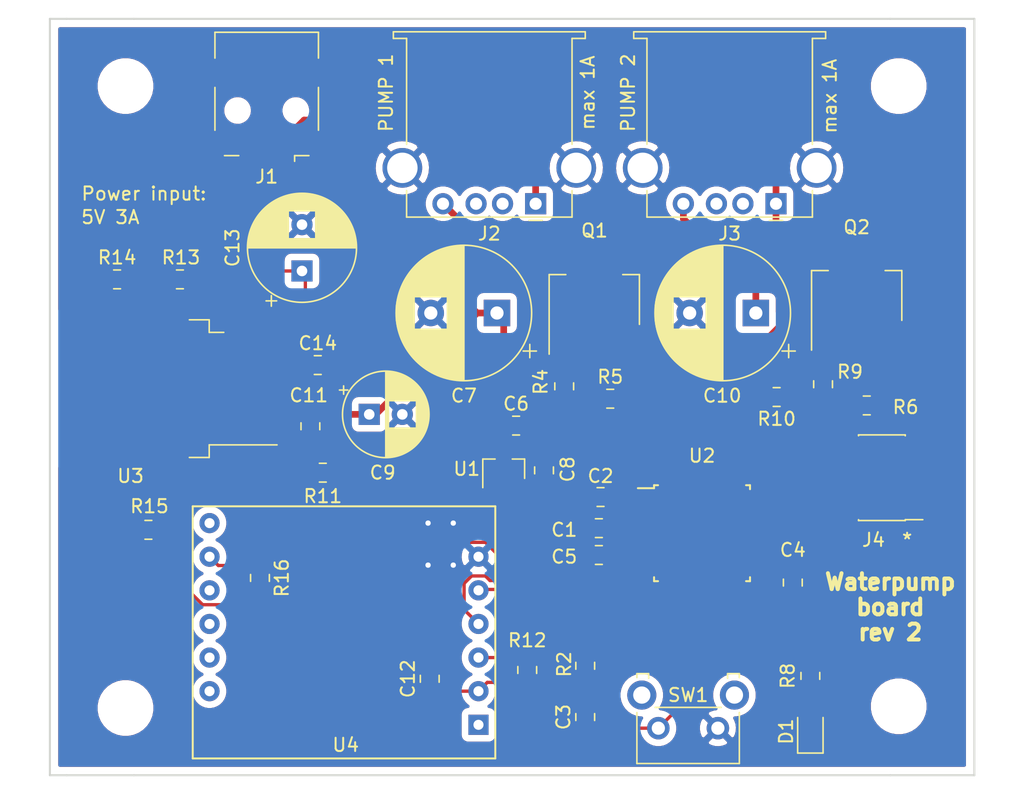
<source format=kicad_pcb>
(kicad_pcb (version 20171130) (host pcbnew 5.1.4-e60b266~84~ubuntu18.04.1)
  (layers (0 F.Cu signal) (31 B.Cu signal) (34 B.Paste user) (35 F.Paste user) (36 B.SilkS user) (37 F.SilkS user) (38 B.Mask user) (39 F.Mask user) (44 Edge.Cuts user))
  (net 0 "")
  (net 1 GND)
  (net 2 +3V3)
  (net 3 "Net-(C3-Pad2)")
  (net 4 /REQ_WATER_PLANT)
  (net 5 +5V)
  (net 6 +4V)
  (net 7 "Net-(J1-Pad2)")
  (net 8 "Net-(J1-Pad3)")
  (net 9 "Net-(J1-Pad4)")
  (net 10 "Net-(J2-Pad4)")
  (net 11 "Net-(J2-Pad3)")
  (net 12 "Net-(J2-Pad2)")
  (net 13 "Net-(J3-Pad2)")
  (net 14 "Net-(J3-Pad3)")
  (net 15 "Net-(J3-Pad4)")
  (net 16 /SWD_IO)
  (net 17 /SWD_CLK)
  (net 18 "Net-(J4-Pad6)")
  (net 19 "Net-(J4-Pad7)")
  (net 20 "Net-(J4-Pad8)")
  (net 21 /SWD_RESET)
  (net 22 "Net-(Q1-Pad1)")
  (net 23 "Net-(Q2-Pad1)")
  (net 24 /ENABLE_PUMP1)
  (net 25 "Net-(R8-Pad1)")
  (net 26 "Net-(D1-Pad2)")
  (net 27 /ENABLE_PUMP2)
  (net 28 /ENABLE_GSM)
  (net 29 /GSM_RST)
  (net 30 /GSM_DTR)
  (net 31 "Net-(U2-Pad2)")
  (net 32 "Net-(U2-Pad3)")
  (net 33 "Net-(U2-Pad12)")
  (net 34 "Net-(U2-Pad14)")
  (net 35 "Net-(U2-Pad26)")
  (net 36 /GSM_TX)
  (net 37 /GSM_RX)
  (net 38 "Net-(U4-Pad1)")
  (net 39 "Net-(U4-Pad7)")
  (net 40 "Net-(U4-Pad9)")
  (net 41 "Net-(U4-Pad10)")
  (net 42 "Net-(U4-Pad11)")
  (net 43 "Net-(U4-Pad12)")
  (net 44 "Net-(U2-Pad25)")
  (net 45 "Net-(U2-Pad15)")
  (net 46 "Net-(U2-Pad18)")
  (net 47 "Net-(R13-Pad2)")
  (net 48 "Net-(U2-Pad19)")
  (net 49 "Net-(U2-Pad22)")
  (net 50 "Net-(U2-Pad30)")
  (net 51 "Net-(U2-Pad21)")
  (net 52 "Net-(U2-Pad20)")
  (net 53 "Net-(U2-Pad27)")
  (module SIM800L:SIM800L (layer F.Cu) (at 135.255 107.95 180)
    (fp_text reference U4 (at -0.127 -24.384) (layer F.SilkS))
    (fp_text value SIM800L)
    (pad 1 thru_hole rect (at -10.16 -22.86 180) (size 1.524 1.524) (drill 0.762) (layers *.Cu *.Mask) (net 38 "Net-(U4-Pad1)"))
    (pad 2 thru_hole circle (at -10.16 -20.32 180) (size 1.524 1.524) (drill 0.762) (layers *.Cu *.Mask) (net 6 +4V))
    (pad 3 thru_hole circle (at -10.16 -17.78 180) (size 1.524 1.524) (drill 0.762) (layers *.Cu *.Mask) (net 29 /GSM_RST))
    (pad 4 thru_hole circle (at -10.16 -15.24 180) (size 1.524 1.524) (drill 0.762) (layers *.Cu *.Mask) (net 36 /GSM_TX))
    (pad 5 thru_hole circle (at -10.16 -12.7 180) (size 1.524 1.524) (drill 0.762) (layers *.Cu *.Mask) (net 37 /GSM_RX))
    (pad 6 thru_hole circle (at -10.16 -10.16 180) (size 1.524 1.524) (drill 0.762) (layers *.Cu *.Mask) (net 1 GND))
    (pad 7 thru_hole circle (at 10.16 -7.62 180) (size 1.524 1.524) (drill 0.762) (layers *.Cu *.Mask) (net 39 "Net-(U4-Pad7)"))
    (pad 8 thru_hole circle (at 10.16 -10.16 180) (size 1.524 1.524) (drill 0.762) (layers *.Cu *.Mask) (net 30 /GSM_DTR))
    (pad 9 thru_hole circle (at 10.16 -12.7 180) (size 1.524 1.524) (drill 0.762) (layers *.Cu *.Mask) (net 40 "Net-(U4-Pad9)"))
    (pad 10 thru_hole circle (at 10.16 -15.24 180) (size 1.524 1.524) (drill 0.762) (layers *.Cu *.Mask) (net 41 "Net-(U4-Pad10)"))
    (pad 11 thru_hole circle (at 10.16 -17.78 180) (size 1.524 1.524) (drill 0.762) (layers *.Cu *.Mask) (net 42 "Net-(U4-Pad11)"))
    (pad 12 thru_hole circle (at 10.16 -20.32 180) (size 1.524 1.524) (drill 0.762) (layers *.Cu *.Mask) (net 43 "Net-(U4-Pad12)"))
  )
  (module MountingHole:MountingHole_3.2mm_M3 (layer F.Cu) (at 118.745 82.55)
    (fp_text reference REF** hide)
    (fp_text value MountingHole_3.2mm_M3)
    (pad 1 np_thru_hole circle (at 0 0) (size 3.2 3.2) (drill 3.2) (layers *.Cu *.Mask))
  )
  (module MountingHole:MountingHole_3.2mm_M3 (layer F.Cu) (at 118.745 129.54)
    (fp_text reference REF** hide)
    (fp_text value MountingHole_3.2mm_M3)
    (pad 1 np_thru_hole circle (at 0 0) (size 3.2 3.2) (drill 3.2) (layers *.Cu *.Mask))
  )
  (module MountingHole:MountingHole_3.2mm_M3 (layer F.Cu) (at 177.165 129.413)
    (fp_text reference REF** hide)
    (fp_text value MountingHole_3.2mm_M3)
    (pad 1 np_thru_hole circle (at 0 0) (size 3.2 3.2) (drill 3.2) (layers *.Cu *.Mask))
  )
  (module MountingHole:MountingHole_3.2mm_M3 (layer F.Cu) (at 177.165 82.55)
    (fp_text reference REF** hide)
    (fp_text value MountingHole_3.2mm_M3)
    (pad 1 np_thru_hole circle (at 0 0) (size 3.2 3.2) (drill 3.2) (layers *.Cu *.Mask))
  )
  (module Button_Switch_THT:SW_Tactile_SKHH_Angled (layer F.Cu) (at 163.504 131.064 180)
    (fp_text reference SW1 (at 2.25 2.5) (layer F.SilkS))
    (fp_text value SW_Push)
    (pad 1 thru_hole circle (at 0 0) (size 1.7 1.7) (drill 1) (layers *.Cu *.Mask) (net 1 GND))
    (pad 2 thru_hole circle (at 4.5 0) (size 1.7 1.7) (drill 1) (layers *.Cu *.Mask) (net 4 /REQ_WATER_PLANT))
    (pad "" thru_hole circle (at -1.25 2.5) (size 2.2 2.2) (drill 1.3) (layers *.Cu *.Mask))
    (pad "" thru_hole circle (at 5.75 2.5) (size 2.2 2.2) (drill 1.3) (layers *.Cu *.Mask))
  )
  (module Package_TO_SOT_SMD:SOT-223-3_TabPin2 (layer F.Cu) (at 173.99 98.4 90)
    (fp_text reference Q2 (at 5.182 0 180) (layer F.SilkS))
    (fp_text value NDT3055L)
    (pad 1 smd rect (at -3.15 -2.3 90) (size 2 1.5) (layers F.Cu F.Paste F.Mask) (net 23 "Net-(Q2-Pad1)"))
    (pad 3 smd rect (at -3.15 2.3 90) (size 2 1.5) (layers F.Cu F.Paste F.Mask) (net 1 GND))
    (pad 2 smd rect (at -3.15 0 90) (size 2 1.5) (layers F.Cu F.Paste F.Mask) (net 15 "Net-(J3-Pad4)"))
    (pad 2 smd rect (at 3.15 0 90) (size 2 3.8) (layers F.Cu F.Paste F.Mask) (net 15 "Net-(J3-Pad4)"))
  )
  (module Package_TO_SOT_SMD:SOT-223-3_TabPin2 (layer F.Cu) (at 154.164 98.704 90)
    (fp_text reference Q1 (at 5.232 0.014 180) (layer F.SilkS))
    (fp_text value NDT3055L)
    (pad 1 smd rect (at -3.15 -2.3 90) (size 2 1.5) (layers F.Cu F.Paste F.Mask) (net 22 "Net-(Q1-Pad1)"))
    (pad 3 smd rect (at -3.15 2.3 90) (size 2 1.5) (layers F.Cu F.Paste F.Mask) (net 1 GND))
    (pad 2 smd rect (at -3.15 0 90) (size 2 1.5) (layers F.Cu F.Paste F.Mask) (net 10 "Net-(J2-Pad4)"))
    (pad 2 smd rect (at 3.15 0 90) (size 2 3.8) (layers F.Cu F.Paste F.Mask) (net 10 "Net-(J2-Pad4)"))
  )
  (module Package_QFP:LQFP-32_7x7mm_P0.8mm (layer F.Cu) (at 162.306 116.332)
    (fp_text reference U2 (at 0 -5.85) (layer F.SilkS))
    (fp_text value STM32L051K6Tx)
    (pad 1 smd rect (at -4.25 -2.8) (size 1.2 0.6) (layers F.Cu F.Paste F.Mask) (net 2 +3V3))
    (pad 2 smd rect (at -4.25 -2) (size 1.2 0.6) (layers F.Cu F.Paste F.Mask) (net 31 "Net-(U2-Pad2)"))
    (pad 3 smd rect (at -4.25 -1.2) (size 1.2 0.6) (layers F.Cu F.Paste F.Mask) (net 32 "Net-(U2-Pad3)"))
    (pad 4 smd rect (at -4.25 -0.4) (size 1.2 0.6) (layers F.Cu F.Paste F.Mask) (net 21 /SWD_RESET))
    (pad 5 smd rect (at -4.25 0.4) (size 1.2 0.6) (layers F.Cu F.Paste F.Mask) (net 2 +3V3))
    (pad 6 smd rect (at -4.25 1.2) (size 1.2 0.6) (layers F.Cu F.Paste F.Mask) (net 28 /ENABLE_GSM))
    (pad 7 smd rect (at -4.25 2) (size 1.2 0.6) (layers F.Cu F.Paste F.Mask) (net 30 /GSM_DTR))
    (pad 8 smd rect (at -4.25 2.8) (size 1.2 0.6) (layers F.Cu F.Paste F.Mask) (net 36 /GSM_TX))
    (pad 9 smd rect (at -2.8 4.25 90) (size 1.2 0.6) (layers F.Cu F.Paste F.Mask) (net 37 /GSM_RX))
    (pad 10 smd rect (at -2 4.25 90) (size 1.2 0.6) (layers F.Cu F.Paste F.Mask) (net 29 /GSM_RST))
    (pad 11 smd rect (at -1.2 4.25 90) (size 1.2 0.6) (layers F.Cu F.Paste F.Mask) (net 4 /REQ_WATER_PLANT))
    (pad 12 smd rect (at -0.4 4.25 90) (size 1.2 0.6) (layers F.Cu F.Paste F.Mask) (net 33 "Net-(U2-Pad12)"))
    (pad 13 smd rect (at 0.4 4.25 90) (size 1.2 0.6) (layers F.Cu F.Paste F.Mask) (net 25 "Net-(R8-Pad1)"))
    (pad 14 smd rect (at 1.2 4.25 90) (size 1.2 0.6) (layers F.Cu F.Paste F.Mask) (net 34 "Net-(U2-Pad14)"))
    (pad 15 smd rect (at 2 4.25 90) (size 1.2 0.6) (layers F.Cu F.Paste F.Mask) (net 45 "Net-(U2-Pad15)"))
    (pad 16 smd rect (at 2.8 4.25 90) (size 1.2 0.6) (layers F.Cu F.Paste F.Mask) (net 1 GND))
    (pad 17 smd rect (at 4.25 2.8) (size 1.2 0.6) (layers F.Cu F.Paste F.Mask) (net 2 +3V3))
    (pad 18 smd rect (at 4.25 2) (size 1.2 0.6) (layers F.Cu F.Paste F.Mask) (net 46 "Net-(U2-Pad18)"))
    (pad 19 smd rect (at 4.25 1.2) (size 1.2 0.6) (layers F.Cu F.Paste F.Mask) (net 48 "Net-(U2-Pad19)"))
    (pad 20 smd rect (at 4.25 0.4) (size 1.2 0.6) (layers F.Cu F.Paste F.Mask) (net 52 "Net-(U2-Pad20)"))
    (pad 21 smd rect (at 4.25 -0.4) (size 1.2 0.6) (layers F.Cu F.Paste F.Mask) (net 51 "Net-(U2-Pad21)"))
    (pad 22 smd rect (at 4.25 -1.2) (size 1.2 0.6) (layers F.Cu F.Paste F.Mask) (net 49 "Net-(U2-Pad22)"))
    (pad 23 smd rect (at 4.25 -2) (size 1.2 0.6) (layers F.Cu F.Paste F.Mask) (net 16 /SWD_IO))
    (pad 24 smd rect (at 4.25 -2.8) (size 1.2 0.6) (layers F.Cu F.Paste F.Mask) (net 17 /SWD_CLK))
    (pad 25 smd rect (at 2.8 -4.25 90) (size 1.2 0.6) (layers F.Cu F.Paste F.Mask) (net 44 "Net-(U2-Pad25)"))
    (pad 26 smd rect (at 2 -4.25 90) (size 1.2 0.6) (layers F.Cu F.Paste F.Mask) (net 35 "Net-(U2-Pad26)"))
    (pad 27 smd rect (at 1.2 -4.25 90) (size 1.2 0.6) (layers F.Cu F.Paste F.Mask) (net 53 "Net-(U2-Pad27)"))
    (pad 28 smd rect (at 0.4 -4.25 90) (size 1.2 0.6) (layers F.Cu F.Paste F.Mask) (net 27 /ENABLE_PUMP2))
    (pad 29 smd rect (at -0.4 -4.25 90) (size 1.2 0.6) (layers F.Cu F.Paste F.Mask) (net 24 /ENABLE_PUMP1))
    (pad 30 smd rect (at -1.2 -4.25 90) (size 1.2 0.6) (layers F.Cu F.Paste F.Mask) (net 50 "Net-(U2-Pad30)"))
    (pad 31 smd rect (at -2 -4.25 90) (size 1.2 0.6) (layers F.Cu F.Paste F.Mask) (net 1 GND))
    (pad 32 smd rect (at -2.8 -4.25 90) (size 1.2 0.6) (layers F.Cu F.Paste F.Mask) (net 1 GND))
  )
  (module Connector_USB:USB_Mini-B_Lumberg_2486_01_Horizontal (layer F.Cu) (at 129.413 84.395 180)
    (fp_text reference J1 (at 0 -5 180) (layer F.SilkS))
    (fp_text value USB_B_Mini)
    (pad 1 smd rect (at -1.6 -2.7 180) (size 0.5 2) (layers F.Cu F.Paste F.Mask) (net 5 +5V))
    (pad 2 smd rect (at -0.8 -2.7 180) (size 0.5 2) (layers F.Cu F.Paste F.Mask) (net 7 "Net-(J1-Pad2)"))
    (pad 3 smd rect (at 0 -2.7 180) (size 0.5 2) (layers F.Cu F.Paste F.Mask) (net 8 "Net-(J1-Pad3)"))
    (pad 4 smd rect (at 0.8 -2.7 180) (size 0.5 2) (layers F.Cu F.Paste F.Mask) (net 9 "Net-(J1-Pad4)"))
    (pad 5 smd rect (at 1.6 -2.7 180) (size 0.5 2) (layers F.Cu F.Paste F.Mask) (net 1 GND))
    (pad 6 smd rect (at -4.45 -2.6 180) (size 2 1.7) (layers F.Cu F.Paste F.Mask) (net 1 GND))
    (pad 6 smd rect (at -4.45 2.85 180) (size 2 1.7) (layers F.Cu F.Paste F.Mask) (net 1 GND))
    (pad 6 smd rect (at 4.45 -2.6 180) (size 2 1.7) (layers F.Cu F.Paste F.Mask) (net 1 GND))
    (pad 6 smd rect (at 4.45 2.85 180) (size 2 1.7) (layers F.Cu F.Paste F.Mask) (net 1 GND))
    (pad "" np_thru_hole circle (at -2.2 0 180) (size 1 1) (drill 1) (layers *.Cu *.Mask))
    (pad "" np_thru_hole circle (at 2.2 0 180) (size 1 1) (drill 1) (layers *.Cu *.Mask))
  )
  (module Resistor_SMD:R_0805_2012Metric (layer F.Cu) (at 153.4795 126.35 270)
    (fp_text reference R2 (at -0.112 1.5875 90) (layer F.SilkS))
    (fp_text value 100)
    (pad 2 smd roundrect (at 0.9375 0 270) (size 0.975 1.4) (layers F.Cu F.Paste F.Mask) (net 3 "Net-(C3-Pad2)"))
    (pad 1 smd roundrect (at -0.9375 0 270) (size 0.975 1.4) (layers F.Cu F.Paste F.Mask) (net 1 GND))
  )
  (module Resistor_SMD:R_0805_2012Metric (layer F.Cu) (at 174.752 106.68 180)
    (fp_text reference R6 (at -2.936 -0.127 180) (layer F.SilkS))
    (fp_text value 10k)
    (pad 2 smd roundrect (at 0.9375 0 180) (size 0.975 1.4) (layers F.Cu F.Paste F.Mask) (net 21 /SWD_RESET))
    (pad 1 smd roundrect (at -0.9375 0 180) (size 0.975 1.4) (layers F.Cu F.Paste F.Mask) (net 2 +3V3))
  )
  (module Connector_PinHeader_1.27mm:PinHeader_2x05_P1.27mm_Vertical_SMD (layer F.Cu) (at 175.895 112.141 180)
    (fp_text reference J4 (at 0.635 -4.699 180) (layer F.SilkS))
    (fp_text value Conn_ARM_JTAG_SWD_10)
    (pad 1 smd rect (at -1.95 -2.54 180) (size 2.4 0.74) (layers F.Cu F.Paste F.Mask) (net 2 +3V3))
    (pad 2 smd rect (at 1.95 -2.54 180) (size 2.4 0.74) (layers F.Cu F.Paste F.Mask) (net 16 /SWD_IO))
    (pad 3 smd rect (at -1.95 -1.27 180) (size 2.4 0.74) (layers F.Cu F.Paste F.Mask) (net 1 GND))
    (pad 4 smd rect (at 1.95 -1.27 180) (size 2.4 0.74) (layers F.Cu F.Paste F.Mask) (net 17 /SWD_CLK))
    (pad 5 smd rect (at -1.95 0 180) (size 2.4 0.74) (layers F.Cu F.Paste F.Mask) (net 1 GND))
    (pad 6 smd rect (at 1.95 0 180) (size 2.4 0.74) (layers F.Cu F.Paste F.Mask) (net 18 "Net-(J4-Pad6)"))
    (pad 7 smd rect (at -1.95 1.27 180) (size 2.4 0.74) (layers F.Cu F.Paste F.Mask) (net 19 "Net-(J4-Pad7)"))
    (pad 8 smd rect (at 1.95 1.27 180) (size 2.4 0.74) (layers F.Cu F.Paste F.Mask) (net 20 "Net-(J4-Pad8)"))
    (pad 9 smd rect (at -1.95 2.54 180) (size 2.4 0.74) (layers F.Cu F.Paste F.Mask) (net 1 GND))
    (pad 10 smd rect (at 1.95 2.54 180) (size 2.4 0.74) (layers F.Cu F.Paste F.Mask) (net 21 /SWD_RESET))
  )
  (module Resistor_SMD:R_0805_2012Metric (layer F.Cu) (at 151.892 105.2345 270)
    (fp_text reference R4 (at -0.3325 1.778 270) (layer F.SilkS))
    (fp_text value 100)
    (pad 2 smd roundrect (at 0.9375 0 270) (size 0.975 1.4) (layers F.Cu F.Paste F.Mask) (net 24 /ENABLE_PUMP1))
    (pad 1 smd roundrect (at -0.9375 0 270) (size 0.975 1.4) (layers F.Cu F.Paste F.Mask) (net 22 "Net-(Q1-Pad1)"))
  )
  (module Resistor_SMD:R_0805_2012Metric (layer F.Cu) (at 155.3695 106.172)
    (fp_text reference R5 (at 0 -1.65 180) (layer F.SilkS))
    (fp_text value 10k)
    (pad 1 smd roundrect (at -0.9375 0) (size 0.975 1.4) (layers F.Cu F.Paste F.Mask) (net 24 /ENABLE_PUMP1))
    (pad 2 smd roundrect (at 0.9375 0) (size 0.975 1.4) (layers F.Cu F.Paste F.Mask) (net 1 GND))
  )
  (module Resistor_SMD:R_0805_2012Metric (layer F.Cu) (at 170.48988 127.11454 270)
    (fp_text reference R8 (at 0 1.70688 270) (layer F.SilkS))
    (fp_text value 330)
    (pad 1 smd roundrect (at -0.9375 0 270) (size 0.975 1.4) (layers F.Cu F.Paste F.Mask) (net 25 "Net-(R8-Pad1)"))
    (pad 2 smd roundrect (at 0.9375 0 270) (size 0.975 1.4) (layers F.Cu F.Paste F.Mask) (net 26 "Net-(D1-Pad2)"))
  )
  (module Resistor_SMD:R_0805_2012Metric (layer F.Cu) (at 171.45 105.0775 270)
    (fp_text reference R9 (at -0.9375 -2.032) (layer F.SilkS))
    (fp_text value 100)
    (pad 2 smd roundrect (at 0.9375 0 270) (size 0.975 1.4) (layers F.Cu F.Paste F.Mask) (net 27 /ENABLE_PUMP2))
    (pad 1 smd roundrect (at -0.9375 0 270) (size 0.975 1.4) (layers F.Cu F.Paste F.Mask) (net 23 "Net-(Q2-Pad1)"))
  )
  (module Resistor_SMD:R_0805_2012Metric (layer F.Cu) (at 167.9425 106.045 180)
    (fp_text reference R10 (at 0 -1.65 180) (layer F.SilkS))
    (fp_text value 10k)
    (pad 2 smd roundrect (at 0.9375 0 180) (size 0.975 1.4) (layers F.Cu F.Paste F.Mask) (net 1 GND))
    (pad 1 smd roundrect (at -0.9375 0 180) (size 0.975 1.4) (layers F.Cu F.Paste F.Mask) (net 27 /ENABLE_PUMP2))
  )
  (module Resistor_SMD:R_0805_2012Metric (layer F.Cu) (at 133.6525 111.76)
    (fp_text reference R11 (at 0 1.778 180) (layer F.SilkS))
    (fp_text value 10k)
    (pad 2 smd roundrect (at 0.9375 0) (size 0.975 1.4) (layers F.Cu F.Paste F.Mask) (net 1 GND))
    (pad 1 smd roundrect (at -0.9375 0) (size 0.975 1.4) (layers F.Cu F.Paste F.Mask) (net 28 /ENABLE_GSM))
  )
  (module Resistor_SMD:R_0805_2012Metric (layer F.Cu) (at 149.098 126.6675 90)
    (fp_text reference R12 (at 2.2375 0 180) (layer F.SilkS))
    (fp_text value 10k)
    (pad 1 smd roundrect (at -0.9375 0 90) (size 0.975 1.4) (layers F.Cu F.Paste F.Mask) (net 6 +4V))
    (pad 2 smd roundrect (at 0.9375 0 90) (size 0.975 1.4) (layers F.Cu F.Paste F.Mask) (net 29 /GSM_RST))
  )
  (module Resistor_SMD:R_0805_2012Metric (layer F.Cu) (at 122.8575 97.155 180)
    (fp_text reference R13 (at -0.0785 1.651) (layer F.SilkS))
    (fp_text value 100k)
    (pad 2 smd roundrect (at 0.9375 0 180) (size 0.975 1.4) (layers F.Cu F.Paste F.Mask) (net 47 "Net-(R13-Pad2)"))
    (pad 1 smd roundrect (at -0.9375 0 180) (size 0.975 1.4) (layers F.Cu F.Paste F.Mask) (net 6 +4V))
  )
  (module Resistor_SMD:R_0805_2012Metric (layer F.Cu) (at 118.11 97.155 180)
    (fp_text reference R14 (at 0 1.651) (layer F.SilkS))
    (fp_text value 43k)
    (pad 1 smd roundrect (at -0.9375 0 180) (size 0.975 1.4) (layers F.Cu F.Paste F.Mask) (net 47 "Net-(R13-Pad2)"))
    (pad 2 smd roundrect (at 0.9375 0 180) (size 0.975 1.4) (layers F.Cu F.Paste F.Mask) (net 1 GND))
  )
  (module Resistor_SMD:R_0805_2012Metric (layer F.Cu) (at 120.4745 116.078 180)
    (fp_text reference R15 (at -0.0785 1.778) (layer F.SilkS))
    (fp_text value 470)
    (pad 2 smd roundrect (at 0.9375 0 180) (size 0.975 1.4) (layers F.Cu F.Paste F.Mask) (net 1 GND))
    (pad 1 smd roundrect (at -0.9375 0 180) (size 0.975 1.4) (layers F.Cu F.Paste F.Mask) (net 6 +4V))
  )
  (module Package_TO_SOT_SMD:SOT-23 (layer F.Cu) (at 147.32 111.49 90)
    (fp_text reference U1 (at 0.016 -2.794 180) (layer F.SilkS))
    (fp_text value MCP1700-3302E_SOT23)
    (pad 1 smd rect (at -1 -0.95 90) (size 0.9 0.8) (layers F.Cu F.Paste F.Mask) (net 1 GND))
    (pad 2 smd rect (at -1 0.95 90) (size 0.9 0.8) (layers F.Cu F.Paste F.Mask) (net 2 +3V3))
    (pad 3 smd rect (at 1 0 90) (size 0.9 0.8) (layers F.Cu F.Paste F.Mask) (net 5 +5V))
  )
  (module Package_TO_SOT_SMD:TO-263-5_TabPin3 (layer F.Cu) (at 122.12 105.41 180)
    (fp_text reference U3 (at 2.994 -6.604 180) (layer F.SilkS))
    (fp_text value MIC29302WU)
    (pad 1 smd rect (at -5.775 -3.4 180) (size 4.6 1.1) (layers F.Cu F.Paste F.Mask) (net 28 /ENABLE_GSM))
    (pad 2 smd rect (at -5.775 -1.7 180) (size 4.6 1.1) (layers F.Cu F.Paste F.Mask) (net 5 +5V))
    (pad 3 smd rect (at -5.775 0 180) (size 4.6 1.1) (layers F.Cu F.Paste F.Mask) (net 1 GND))
    (pad 4 smd rect (at -5.775 1.7 180) (size 4.6 1.1) (layers F.Cu F.Paste F.Mask) (net 6 +4V))
    (pad 5 smd rect (at -5.775 3.4 180) (size 4.6 1.1) (layers F.Cu F.Paste F.Mask) (net 47 "Net-(R13-Pad2)"))
    (pad 3 smd rect (at 3.375 0 180) (size 9.4 10.8) (layers F.Cu F.Mask) (net 1 GND))
  )
  (module Connector_USB:USB_A_Stewart_SS-52100-001_Horizontal (layer F.Cu) (at 149.733 91.44 180)
    (fp_text reference J2 (at 3.5 -2.26 180) (layer F.SilkS))
    (fp_text value USB_A)
    (pad 4 thru_hole circle (at 7 0 180) (size 1.6 1.6) (drill 0.92) (layers *.Cu *.Mask) (net 10 "Net-(J2-Pad4)"))
    (pad 3 thru_hole circle (at 4.5 0 180) (size 1.6 1.6) (drill 0.92) (layers *.Cu *.Mask) (net 11 "Net-(J2-Pad3)"))
    (pad 2 thru_hole circle (at 2.5 0 180) (size 1.6 1.6) (drill 0.92) (layers *.Cu *.Mask) (net 12 "Net-(J2-Pad2)"))
    (pad 1 thru_hole rect (at 0 0 180) (size 1.6 1.6) (drill 0.92) (layers *.Cu *.Mask) (net 5 +5V))
    (pad 5 thru_hole circle (at -3.07 2.71 180) (size 3 3) (drill 2.3) (layers *.Cu *.Mask) (net 1 GND))
    (pad 5 thru_hole circle (at 10.07 2.71 180) (size 3 3) (drill 2.3) (layers *.Cu *.Mask) (net 1 GND))
  )
  (module Connector_USB:USB_A_Stewart_SS-52100-001_Horizontal (layer F.Cu) (at 167.894 91.44 180)
    (fp_text reference J3 (at 3.5 -2.26 180) (layer F.SilkS))
    (fp_text value USB_A)
    (pad 5 thru_hole circle (at 10.07 2.71 180) (size 3 3) (drill 2.3) (layers *.Cu *.Mask) (net 1 GND))
    (pad 5 thru_hole circle (at -3.07 2.71 180) (size 3 3) (drill 2.3) (layers *.Cu *.Mask) (net 1 GND))
    (pad 1 thru_hole rect (at 0 0 180) (size 1.6 1.6) (drill 0.92) (layers *.Cu *.Mask) (net 5 +5V))
    (pad 2 thru_hole circle (at 2.5 0 180) (size 1.6 1.6) (drill 0.92) (layers *.Cu *.Mask) (net 13 "Net-(J3-Pad2)"))
    (pad 3 thru_hole circle (at 4.5 0 180) (size 1.6 1.6) (drill 0.92) (layers *.Cu *.Mask) (net 14 "Net-(J3-Pad3)"))
    (pad 4 thru_hole circle (at 7 0 180) (size 1.6 1.6) (drill 0.92) (layers *.Cu *.Mask) (net 15 "Net-(J3-Pad4)"))
  )
  (module LED_SMD:LED_0805_2012Metric (layer F.Cu) (at 170.48988 131.25982 90)
    (fp_text reference D1 (at -0.05818 -1.83388 90) (layer F.SilkS))
    (fp_text value LED)
    (pad 1 smd roundrect (at -0.9375 0 90) (size 0.975 1.4) (layers F.Cu F.Paste F.Mask) (net 1 GND))
    (pad 2 smd roundrect (at 0.9375 0 90) (size 0.975 1.4) (layers F.Cu F.Paste F.Mask) (net 26 "Net-(D1-Pad2)"))
  )
  (module Capacitor_SMD:C_0805_2012Metric (layer F.Cu) (at 154.5105 115.951 180)
    (fp_text reference C1 (at 2.6185 -0.127) (layer F.SilkS))
    (fp_text value 100nF)
    (pad 2 smd roundrect (at 0.9375 0 180) (size 0.975 1.4) (layers F.Cu F.Paste F.Mask) (net 1 GND))
    (pad 1 smd roundrect (at -0.9375 0 180) (size 0.975 1.4) (layers F.Cu F.Paste F.Mask) (net 2 +3V3))
  )
  (module Capacitor_SMD:C_0805_2012Metric (layer F.Cu) (at 154.6375 113.6015 180)
    (fp_text reference C2 (at 0 1.5875) (layer F.SilkS))
    (fp_text value 100nF)
    (pad 1 smd roundrect (at -0.9375 0 180) (size 0.975 1.4) (layers F.Cu F.Paste F.Mask) (net 2 +3V3))
    (pad 2 smd roundrect (at 0.9375 0 180) (size 0.975 1.4) (layers F.Cu F.Paste F.Mask) (net 1 GND))
  )
  (module Capacitor_SMD:C_0805_2012Metric (layer F.Cu) (at 153.4795 130.2235 90)
    (fp_text reference C3 (at 0 -1.65 90) (layer F.SilkS))
    (fp_text value 100nF)
    (pad 2 smd roundrect (at 0.9375 0 90) (size 0.975 1.4) (layers F.Cu F.Paste F.Mask) (net 3 "Net-(C3-Pad2)"))
    (pad 1 smd roundrect (at -0.9375 0 90) (size 0.975 1.4) (layers F.Cu F.Paste F.Mask) (net 4 /REQ_WATER_PLANT))
  )
  (module Capacitor_SMD:C_0805_2012Metric (layer F.Cu) (at 169.164 120.0635 270)
    (fp_text reference C4 (at -2.4615 0 180) (layer F.SilkS))
    (fp_text value 100nF)
    (pad 2 smd roundrect (at 0.9375 0 270) (size 0.975 1.4) (layers F.Cu F.Paste F.Mask) (net 1 GND))
    (pad 1 smd roundrect (at -0.9375 0 270) (size 0.975 1.4) (layers F.Cu F.Paste F.Mask) (net 2 +3V3))
  )
  (module Capacitor_SMD:C_0805_2012Metric (layer F.Cu) (at 154.5105 117.983 180)
    (fp_text reference C5 (at 2.6185 -0.127) (layer F.SilkS))
    (fp_text value 1uF)
    (pad 1 smd roundrect (at -0.9375 0 180) (size 0.975 1.4) (layers F.Cu F.Paste F.Mask) (net 2 +3V3))
    (pad 2 smd roundrect (at 0.9375 0 180) (size 0.975 1.4) (layers F.Cu F.Paste F.Mask) (net 1 GND))
  )
  (module Capacitor_SMD:C_0805_2012Metric (layer F.Cu) (at 148.2575 108.204)
    (fp_text reference C6 (at 0 -1.65) (layer F.SilkS))
    (fp_text value 1uF)
    (pad 1 smd roundrect (at -0.9375 0) (size 0.975 1.4) (layers F.Cu F.Paste F.Mask) (net 5 +5V))
    (pad 2 smd roundrect (at 0.9375 0) (size 0.975 1.4) (layers F.Cu F.Paste F.Mask) (net 1 GND))
  )
  (module Capacitor_SMD:C_0805_2012Metric (layer F.Cu) (at 150.368 111.5845 90)
    (fp_text reference C8 (at 0.0785 1.778 90) (layer F.SilkS))
    (fp_text value 1uF)
    (pad 2 smd roundrect (at 0.9375 0 90) (size 0.975 1.4) (layers F.Cu F.Paste F.Mask) (net 1 GND))
    (pad 1 smd roundrect (at -0.9375 0 90) (size 0.975 1.4) (layers F.Cu F.Paste F.Mask) (net 2 +3V3))
  )
  (module Capacitor_SMD:C_0805_2012Metric (layer F.Cu) (at 132.715 108.2525 270)
    (fp_text reference C11 (at -2.3345 0.127 180) (layer F.SilkS))
    (fp_text value 1uF)
    (pad 2 smd roundrect (at 0.9375 0 270) (size 0.975 1.4) (layers F.Cu F.Paste F.Mask) (net 1 GND))
    (pad 1 smd roundrect (at -0.9375 0 270) (size 0.975 1.4) (layers F.Cu F.Paste F.Mask) (net 5 +5V))
  )
  (module Capacitor_SMD:C_0805_2012Metric (layer F.Cu) (at 141.732 127.3325 90)
    (fp_text reference C12 (at 0 -1.65 90) (layer F.SilkS))
    (fp_text value 1uF)
    (pad 1 smd roundrect (at -0.9375 0 90) (size 0.975 1.4) (layers F.Cu F.Paste F.Mask) (net 6 +4V))
    (pad 2 smd roundrect (at 0.9375 0 90) (size 0.975 1.4) (layers F.Cu F.Paste F.Mask) (net 1 GND))
  )
  (module Resistor_SMD:R_0805_2012Metric (layer F.Cu) (at 128.905 119.7125 90)
    (fp_text reference R16 (at 0 1.651 90) (layer F.SilkS))
    (fp_text value 10k)
    (pad 2 smd roundrect (at 0.9375 0 90) (size 0.975 1.4) (layers F.Cu F.Paste F.Mask) (net 30 /GSM_DTR))
    (pad 1 smd roundrect (at -0.9375 0 90) (size 0.975 1.4) (layers F.Cu F.Paste F.Mask) (net 6 +4V))
  )
  (module Capacitor_THT:CP_Radial_D8.0mm_P3.50mm (layer F.Cu) (at 132.08 96.52 90)
    (fp_text reference C13 (at 1.75 -5.25 90) (layer F.SilkS))
    (fp_text value 330uF)
    (pad 1 thru_hole rect (at 0 0 90) (size 1.6 1.6) (drill 0.8) (layers *.Cu *.Mask) (net 6 +4V))
    (pad 2 thru_hole circle (at 3.5 0 90) (size 1.6 1.6) (drill 0.8) (layers *.Cu *.Mask) (net 1 GND))
  )
  (module Capacitor_SMD:C_0805_2012Metric (layer F.Cu) (at 133.2715 103.632)
    (fp_text reference C14 (at 0 -1.65) (layer F.SilkS))
    (fp_text value 100nF)
    (pad 1 smd roundrect (at -0.9375 0) (size 0.975 1.4) (layers F.Cu F.Paste F.Mask) (net 6 +4V))
    (pad 2 smd roundrect (at 0.9375 0) (size 0.975 1.4) (layers F.Cu F.Paste F.Mask) (net 1 GND))
  )
  (module Capacitor_THT:CP_Radial_D10.0mm_P5.00mm (layer F.Cu) (at 146.812 99.695 180)
    (fp_text reference C7 (at 2.5 -6.25) (layer F.SilkS))
    (fp_text value 1000uF)
    (pad 2 thru_hole circle (at 5 0 180) (size 2 2) (drill 1) (layers *.Cu *.Mask) (net 1 GND))
    (pad 1 thru_hole rect (at 0 0 180) (size 2 2) (drill 1) (layers *.Cu *.Mask) (net 5 +5V))
  )
  (module Capacitor_THT:CP_Radial_D6.3mm_P2.50mm (layer F.Cu) (at 137.16 107.355)
    (fp_text reference C9 (at 1.016 4.405) (layer F.SilkS))
    (fp_text value 100uF)
    (pad 1 thru_hole rect (at 0 0) (size 1.6 1.6) (drill 0.8) (layers *.Cu *.Mask) (net 5 +5V))
    (pad 2 thru_hole circle (at 2.5 0) (size 1.6 1.6) (drill 0.8) (layers *.Cu *.Mask) (net 1 GND))
  )
  (module Capacitor_THT:CP_Radial_D10.0mm_P5.00mm (layer F.Cu) (at 166.37 99.695 180)
    (fp_text reference C10 (at 2.54 -6.25) (layer F.SilkS))
    (fp_text value 1000uF)
    (pad 1 thru_hole rect (at 0 0 180) (size 2 2) (drill 1) (layers *.Cu *.Mask) (net 5 +5V))
    (pad 2 thru_hole circle (at 5 0 180) (size 2 2) (drill 1) (layers *.Cu *.Mask) (net 1 GND))
  )
  (gr_text "max 1A" (at 171.958 83.312 90) (layer F.SilkS) (effects (font (size 1 1))))
  (gr_text "max 1A" (at 153.67 83.058 90) (layer F.SilkS) (effects (font (size 1 1))))
  (gr_text "Power input:" (at 120.142 90.678) (layer F.SilkS) (effects (font (size 1 1))))
  (gr_text "PUMP 2" (at 156.718 83.058 90) (layer F.SilkS) (effects (font (size 1 1))))
  (gr_text "PUMP 1" (at 138.43 83.058 90) (layer F.SilkS) (effects (font (size 1 1))))
  (gr_line (start 113.03 134.62) (end 114.3 134.62) (layer Edge.Cuts) (width 0.15))
  (gr_line (start 113.03 77.47) (end 113.03 134.62) (layer Edge.Cuts) (width 0.15))
  (gr_line (start 114.3 77.47) (end 113.03 77.47) (layer Edge.Cuts) (width 0.15))
  (gr_text "5V 3A" (at 117.602 92.456) (layer F.SilkS) (effects (font (size 1 1))))
  (gr_text * (at 177.8 116.84) (layer F.SilkS) (effects (font (size 1 1))))
  (gr_line (start 182.88 134.62) (end 176.53 134.62) (layer Edge.Cuts) (width 0.15))
  (gr_line (start 182.88 77.47) (end 182.88 134.62) (layer Edge.Cuts) (width 0.15))
  (gr_line (start 176.53 77.47) (end 182.88 77.47) (layer Edge.Cuts) (width 0.15))
  (gr_line (start 114.3 134.62) (end 119.38 134.62) (layer Edge.Cuts) (width 0.15))
  (gr_line (start 119.38 77.47) (end 114.3 77.47) (layer Edge.Cuts) (width 0.15))
  (gr_text "rev 2" (at 176.53 123.825) (layer F.SilkS) (effects (font (size 1.2 1.2) (thickness 0.3))))
  (gr_text board (at 176.53 121.92) (layer F.SilkS) (effects (font (size 1.2 1.2) (thickness 0.3))))
  (gr_text "Waterpump\n" (at 176.53 120.015) (layer F.SilkS) (effects (font (size 1.2 1.2) (thickness 0.3))))
  (gr_line (start 176.53 77.47) (end 119.38 77.47) (layer Edge.Cuts) (width 0.15))
  (gr_line (start 119.38 134.62) (end 176.53 134.62) (layer Edge.Cuts) (width 0.15))
  (segment (start 127.895 104.98) (end 126.145 104.98) (width 0.25) (layer F.Cu) (net 1))
  (segment (start 160.306 112.082) (end 159.506 112.082) (width 0.25) (layer F.Cu) (net 1))
  (via (at 141.605 118.745) (size 0.8) (drill 0.4) (layers F.Cu B.Cu) (net 1))
  (via (at 141.605 115.57) (size 0.8) (drill 0.4) (layers F.Cu B.Cu) (net 1))
  (via (at 143.51 118.745) (size 0.8) (drill 0.4) (layers F.Cu B.Cu) (net 1))
  (via (at 143.51 115.57) (size 0.8) (drill 0.4) (layers F.Cu B.Cu) (net 1))
  (segment (start 155.448 117.983) (end 155.448 115.951) (width 0.25) (layer F.Cu) (net 2))
  (segment (start 155.575 115.824) (end 155.448 115.951) (width 0.25) (layer F.Cu) (net 2))
  (segment (start 155.575 113.6015) (end 155.575 115.824) (width 0.25) (layer F.Cu) (net 2))
  (segment (start 175.6895 113.9755) (end 175.6895 106.68) (width 0.25) (layer F.Cu) (net 2))
  (segment (start 177.845 114.681) (end 176.395 114.681) (width 0.25) (layer F.Cu) (net 2))
  (segment (start 176.395 114.681) (end 175.6895 113.9755) (width 0.25) (layer F.Cu) (net 2))
  (segment (start 169.158 119.132) (end 169.164 119.126) (width 0.25) (layer F.Cu) (net 2))
  (segment (start 166.556 119.132) (end 169.158 119.132) (width 0.25) (layer F.Cu) (net 2))
  (segment (start 177.845 115.301) (end 177.845 114.681) (width 0.25) (layer F.Cu) (net 2))
  (segment (start 174.02 119.126) (end 177.845 115.301) (width 0.25) (layer F.Cu) (net 2))
  (segment (start 169.164 119.126) (end 174.02 119.126) (width 0.25) (layer F.Cu) (net 2))
  (segment (start 158.741002 116.732) (end 158.056 116.732) (width 0.25) (layer F.Cu) (net 2))
  (segment (start 161.141002 119.132) (end 158.741002 116.732) (width 0.25) (layer F.Cu) (net 2))
  (segment (start 166.556 119.132) (end 161.141002 119.132) (width 0.25) (layer F.Cu) (net 2))
  (segment (start 156.229 116.732) (end 155.448 115.951) (width 0.25) (layer F.Cu) (net 2))
  (segment (start 158.056 116.732) (end 156.229 116.732) (width 0.25) (layer F.Cu) (net 2))
  (segment (start 155.6445 113.532) (end 155.575 113.6015) (width 0.25) (layer F.Cu) (net 2))
  (segment (start 158.056 113.532) (end 155.6445 113.532) (width 0.25) (layer F.Cu) (net 2))
  (segment (start 154.4955 112.522) (end 155.575 113.6015) (width 0.25) (layer F.Cu) (net 2))
  (segment (start 150.368 112.522) (end 154.4955 112.522) (width 0.25) (layer F.Cu) (net 2))
  (segment (start 150.336 112.49) (end 150.368 112.522) (width 0.25) (layer F.Cu) (net 2))
  (segment (start 148.27 112.49) (end 150.336 112.49) (width 0.25) (layer F.Cu) (net 2))
  (segment (start 153.4795 129.286) (end 153.4795 127.2875) (width 0.25) (layer F.Cu) (net 3))
  (segment (start 159.004 131.064) (end 161.106 128.962) (width 0.25) (layer F.Cu) (net 4))
  (segment (start 159.004 131.064) (end 153.5765 131.064) (width 0.25) (layer F.Cu) (net 4))
  (segment (start 161.106 128.962) (end 161.106 120.582) (width 0.25) (layer F.Cu) (net 4))
  (segment (start 153.5765 131.064) (end 153.4795 131.161) (width 0.25) (layer F.Cu) (net 4))
  (segment (start 149.733 91.44) (end 149.733 87.122) (width 0.504) (layer F.Cu) (net 5))
  (segment (start 149.733 87.122) (end 151.765 85.09) (width 0.504) (layer F.Cu) (net 5))
  (segment (start 151.765 85.09) (end 163.83 85.09) (width 0.504) (layer F.Cu) (net 5))
  (segment (start 167.894 89.154) (end 167.894 91.44) (width 0.504) (layer F.Cu) (net 5))
  (segment (start 163.83 85.09) (end 167.894 89.154) (width 0.504) (layer F.Cu) (net 5))
  (segment (start 166.37 99.695) (end 166.37 95.885) (width 0.504) (layer F.Cu) (net 5))
  (segment (start 167.894 94.361) (end 167.894 91.44) (width 0.504) (layer F.Cu) (net 5))
  (segment (start 166.37 95.885) (end 167.894 94.361) (width 0.504) (layer F.Cu) (net 5))
  (segment (start 147.728999 85.117999) (end 149.733 87.122) (width 0.504) (layer F.Cu) (net 5))
  (segment (start 132.51 107.11) (end 132.715 107.315) (width 0.504) (layer F.Cu) (net 5))
  (segment (start 127.895 107.11) (end 132.51 107.11) (width 0.504) (layer F.Cu) (net 5))
  (segment (start 147.32 108.204) (end 147.32 110.49) (width 0.504) (layer F.Cu) (net 5))
  (segment (start 132.755 107.355) (end 132.715 107.315) (width 0.504) (layer F.Cu) (net 5))
  (segment (start 137.16 107.355) (end 132.755 107.355) (width 0.504) (layer F.Cu) (net 5))
  (segment (start 134.212 88.599) (end 145.308 99.695) (width 0.504) (layer F.Cu) (net 5))
  (segment (start 131.767 88.599) (end 134.212 88.599) (width 0.504) (layer F.Cu) (net 5))
  (segment (start 131.013 87.095) (end 131.013 87.845) (width 0.504) (layer F.Cu) (net 5))
  (segment (start 131.013 87.845) (end 131.767 88.599) (width 0.504) (layer F.Cu) (net 5))
  (segment (start 145.308 99.695) (end 137.648 107.355) (width 0.504) (layer F.Cu) (net 5))
  (segment (start 137.648 107.355) (end 137.16 107.355) (width 0.504) (layer F.Cu) (net 5))
  (segment (start 146.812 99.695) (end 145.308 99.695) (width 0.504) (layer F.Cu) (net 5))
  (segment (start 147.32 100.203) (end 146.812 99.695) (width 0.504) (layer F.Cu) (net 5))
  (segment (start 147.32 108.204) (end 147.32 100.203) (width 0.504) (layer F.Cu) (net 5))
  (segment (start 131.013 86.345) (end 132.240001 85.117999) (width 0.504) (layer F.Cu) (net 5))
  (segment (start 132.240001 85.117999) (end 147.728999 85.117999) (width 0.504) (layer F.Cu) (net 5))
  (segment (start 131.013 87.095) (end 131.013 86.345) (width 0.504) (layer F.Cu) (net 5))
  (segment (start 126.145 103.28) (end 127.895 103.28) (width 0.25) (layer F.Cu) (net 6))
  (segment (start 127.973 103.632) (end 127.895 103.71) (width 0.25) (layer F.Cu) (net 6))
  (segment (start 132.334 103.632) (end 127.973 103.632) (width 0.25) (layer F.Cu) (net 6))
  (segment (start 132.334 96.774) (end 132.08 96.52) (width 0.25) (layer F.Cu) (net 6))
  (segment (start 132.334 103.632) (end 132.334 96.774) (width 0.25) (layer F.Cu) (net 6))
  (segment (start 124.43 96.52) (end 123.795 97.155) (width 0.25) (layer F.Cu) (net 6))
  (segment (start 132.08 96.52) (end 124.43 96.52) (width 0.25) (layer F.Cu) (net 6))
  (segment (start 146.08 127.605) (end 145.415 128.27) (width 0.25) (layer F.Cu) (net 6))
  (segment (start 148.59 127.605) (end 146.08 127.605) (width 0.25) (layer F.Cu) (net 6))
  (segment (start 145.415 128.27) (end 142.875 128.27) (width 0.25) (layer F.Cu) (net 6))
  (segment (start 136.525 128.27) (end 128.905 120.65) (width 0.25) (layer F.Cu) (net 6))
  (segment (start 142.875 128.27) (end 136.525 128.27) (width 0.25) (layer F.Cu) (net 6))
  (segment (start 121.412 118.575762) (end 121.412 116.078) (width 0.25) (layer F.Cu) (net 6))
  (segment (start 124.573239 121.737001) (end 121.412 118.575762) (width 0.25) (layer F.Cu) (net 6))
  (segment (start 128.905 120.65) (end 127.817999 121.737001) (width 0.25) (layer F.Cu) (net 6))
  (segment (start 127.817999 121.737001) (end 124.573239 121.737001) (width 0.25) (layer F.Cu) (net 6))
  (segment (start 126.145 103.71) (end 127.895 103.71) (width 0.25) (layer F.Cu) (net 6))
  (segment (start 124.46 105.395) (end 126.145 103.71) (width 0.25) (layer F.Cu) (net 6))
  (segment (start 121.412 116.078) (end 124.46 113.03) (width 0.25) (layer F.Cu) (net 6))
  (segment (start 124.46 113.03) (end 124.46 105.395) (width 0.25) (layer F.Cu) (net 6))
  (segment (start 154.164 100.35) (end 154.164 95.554) (width 0.504) (layer F.Cu) (net 10))
  (segment (start 154.164 101.854) (end 154.164 100.35) (width 0.504) (layer F.Cu) (net 10))
  (segment (start 146.847 95.554) (end 142.733 91.44) (width 0.504) (layer F.Cu) (net 10))
  (segment (start 154.164 95.554) (end 146.847 95.554) (width 0.504) (layer F.Cu) (net 10))
  (segment (start 160.894 91.44) (end 160.894 92.57137) (width 0.504) (layer F.Cu) (net 15))
  (segment (start 160.894 92.57137) (end 163.83 95.50737) (width 0.504) (layer F.Cu) (net 15))
  (segment (start 163.83 101.6) (end 164.465 102.235) (width 0.504) (layer F.Cu) (net 15))
  (segment (start 163.83 95.50737) (end 163.83 101.6) (width 0.504) (layer F.Cu) (net 15))
  (segment (start 166.643602 102.235) (end 164.465 102.235) (width 0.504) (layer F.Cu) (net 15))
  (segment (start 168.832602 100.046) (end 166.643602 102.235) (width 0.504) (layer F.Cu) (net 15))
  (segment (start 172.736 100.046) (end 168.832602 100.046) (width 0.504) (layer F.Cu) (net 15))
  (segment (start 173.99 101.3) (end 172.736 100.046) (width 0.504) (layer F.Cu) (net 15))
  (segment (start 173.99 101.55) (end 173.99 101.3) (width 0.504) (layer F.Cu) (net 15))
  (segment (start 173.99 95.25) (end 173.99 101.55) (width 0.504) (layer F.Cu) (net 15))
  (segment (start 167.406 114.332) (end 166.556 114.332) (width 0.25) (layer F.Cu) (net 16))
  (segment (start 172.146 114.332) (end 167.406 114.332) (width 0.25) (layer F.Cu) (net 16))
  (segment (start 172.495 114.681) (end 172.146 114.332) (width 0.25) (layer F.Cu) (net 16))
  (segment (start 173.945 114.681) (end 172.495 114.681) (width 0.25) (layer F.Cu) (net 16))
  (segment (start 173.824 113.532) (end 173.945 113.411) (width 0.25) (layer F.Cu) (net 17))
  (segment (start 166.556 113.532) (end 173.824 113.532) (width 0.25) (layer F.Cu) (net 17))
  (segment (start 173.9265 109.5825) (end 173.945 109.601) (width 0.25) (layer F.Cu) (net 21))
  (segment (start 173.945 106.8105) (end 173.8145 106.68) (width 0.25) (layer F.Cu) (net 21))
  (segment (start 173.945 109.601) (end 173.945 106.8105) (width 0.25) (layer F.Cu) (net 21))
  (segment (start 172.495 109.601) (end 173.945 109.601) (width 0.25) (layer F.Cu) (net 21))
  (segment (start 169.001998 109.601) (end 172.495 109.601) (width 0.25) (layer F.Cu) (net 21))
  (segment (start 162.670998 115.932) (end 169.001998 109.601) (width 0.25) (layer F.Cu) (net 21))
  (segment (start 158.056 115.932) (end 162.670998 115.932) (width 0.25) (layer F.Cu) (net 21))
  (segment (start 151.892 101.882) (end 151.864 101.854) (width 0.25) (layer F.Cu) (net 22))
  (segment (start 151.892 104.297) (end 151.892 101.882) (width 0.25) (layer F.Cu) (net 22))
  (segment (start 171.45 101.79) (end 171.69 101.55) (width 0.25) (layer F.Cu) (net 23))
  (segment (start 171.45 104.14) (end 171.45 101.79) (width 0.25) (layer F.Cu) (net 23))
  (segment (start 153.8445 106.172) (end 151.892 106.172) (width 0.25) (layer F.Cu) (net 24))
  (segment (start 154.432 106.172) (end 153.8445 106.172) (width 0.25) (layer F.Cu) (net 24))
  (segment (start 161.906 111.232) (end 161.906 112.082) (width 0.25) (layer F.Cu) (net 24))
  (segment (start 161.906 110.852) (end 161.906 111.232) (width 0.25) (layer F.Cu) (net 24))
  (segment (start 160.528 109.474) (end 161.906 110.852) (width 0.25) (layer F.Cu) (net 24))
  (segment (start 157.734 109.474) (end 160.528 109.474) (width 0.25) (layer F.Cu) (net 24))
  (segment (start 154.432 106.172) (end 157.734 109.474) (width 0.25) (layer F.Cu) (net 24))
  (segment (start 162.814 120.69) (end 162.706 120.582) (width 0.25) (layer F.Cu) (net 25))
  (segment (start 162.814 121.375002) (end 162.814 120.69) (width 0.25) (layer F.Cu) (net 25))
  (segment (start 170.48988 126.17704) (end 167.616038 126.17704) (width 0.25) (layer F.Cu) (net 25))
  (segment (start 167.616038 126.17704) (end 162.814 121.375002) (width 0.25) (layer F.Cu) (net 25))
  (segment (start 170.48988 128.05204) (end 170.48988 130.32232) (width 0.25) (layer F.Cu) (net 26))
  (segment (start 171.42 106.045) (end 171.45 106.015) (width 0.25) (layer F.Cu) (net 27))
  (segment (start 168.88 106.045) (end 171.42 106.045) (width 0.25) (layer F.Cu) (net 27))
  (segment (start 168.323763 106.601237) (end 168.88 106.045) (width 0.25) (layer F.Cu) (net 27))
  (segment (start 167.85499 107.07001) (end 168.323763 106.601237) (width 0.25) (layer F.Cu) (net 27))
  (segment (start 162.706 111.232) (end 166.86799 107.07001) (width 0.25) (layer F.Cu) (net 27))
  (segment (start 166.86799 107.07001) (end 167.85499 107.07001) (width 0.25) (layer F.Cu) (net 27))
  (segment (start 162.706 112.082) (end 162.706 111.232) (width 0.25) (layer F.Cu) (net 27))
  (segment (start 130.045 111.76) (end 127.895 109.61) (width 0.25) (layer F.Cu) (net 28))
  (segment (start 127.895 109.61) (end 127.895 108.81) (width 0.25) (layer F.Cu) (net 28))
  (segment (start 132.715 111.76) (end 130.045 111.76) (width 0.25) (layer F.Cu) (net 28))
  (segment (start 133.271237 112.316237) (end 132.715 111.76) (width 0.25) (layer F.Cu) (net 28))
  (segment (start 133.74001 112.78501) (end 133.271237 112.316237) (width 0.25) (layer F.Cu) (net 28))
  (segment (start 139.158772 112.78501) (end 138.94701 112.78501) (width 0.25) (layer F.Cu) (net 28))
  (segment (start 138.94701 112.78501) (end 133.74001 112.78501) (width 0.25) (layer F.Cu) (net 28))
  (segment (start 155.92734 119.00801) (end 150.25001 119.00801) (width 0.25) (layer F.Cu) (net 28))
  (segment (start 158.056 117.532) (end 157.40335 117.532) (width 0.25) (layer F.Cu) (net 28))
  (segment (start 157.40335 117.532) (end 155.92734 119.00801) (width 0.25) (layer F.Cu) (net 28))
  (segment (start 144.02701 112.78501) (end 138.94701 112.78501) (width 0.25) (layer F.Cu) (net 28))
  (segment (start 150.25001 119.00801) (end 144.02701 112.78501) (width 0.25) (layer F.Cu) (net 28))
  (segment (start 145.415 125.73) (end 148.59 125.73) (width 0.25) (layer F.Cu) (net 29))
  (segment (start 148.59 125.73) (end 150.495 123.825) (width 0.25) (layer F.Cu) (net 29))
  (segment (start 150.495 123.825) (end 158.75 123.825) (width 0.25) (layer F.Cu) (net 29))
  (segment (start 160.306 122.269) (end 160.306 120.582) (width 0.25) (layer F.Cu) (net 29))
  (segment (start 158.75 123.825) (end 160.306 122.269) (width 0.25) (layer F.Cu) (net 29))
  (segment (start 157.23976 118.332) (end 156.11374 119.45802) (width 0.25) (layer F.Cu) (net 30))
  (segment (start 158.056 118.332) (end 157.23976 118.332) (width 0.25) (layer F.Cu) (net 30))
  (segment (start 125.76 118.775) (end 125.095 118.11) (width 0.25) (layer F.Cu) (net 30))
  (segment (start 128.905 118.775) (end 125.76 118.775) (width 0.25) (layer F.Cu) (net 30))
  (segment (start 129.461237 118.218763) (end 128.905 118.775) (width 0.25) (layer F.Cu) (net 30))
  (segment (start 130.657001 117.022999) (end 129.461237 118.218763) (width 0.25) (layer F.Cu) (net 30))
  (segment (start 145.936761 117.022999) (end 130.657001 117.022999) (width 0.25) (layer F.Cu) (net 30))
  (segment (start 148.371782 119.45802) (end 145.936761 117.022999) (width 0.25) (layer F.Cu) (net 30))
  (segment (start 156.11374 119.45802) (end 148.371782 119.45802) (width 0.25) (layer F.Cu) (net 30))
  (segment (start 156.42997 119.90803) (end 157.206 119.132) (width 0.25) (layer F.Cu) (net 36))
  (segment (start 157.206 119.132) (end 158.056 119.132) (width 0.25) (layer F.Cu) (net 36))
  (segment (start 144.653001 122.428001) (end 145.415 123.19) (width 0.25) (layer F.Cu) (net 36))
  (segment (start 144.327999 122.102999) (end 144.653001 122.428001) (width 0.25) (layer F.Cu) (net 36))
  (segment (start 144.327999 120.128239) (end 144.327999 122.102999) (width 0.25) (layer F.Cu) (net 36))
  (segment (start 144.893239 119.562999) (end 144.327999 120.128239) (width 0.25) (layer F.Cu) (net 36))
  (segment (start 145.936761 119.562999) (end 144.893239 119.562999) (width 0.25) (layer F.Cu) (net 36))
  (segment (start 146.281792 119.90803) (end 145.936761 119.562999) (width 0.25) (layer F.Cu) (net 36))
  (segment (start 156.42997 119.90803) (end 146.281792 119.90803) (width 0.25) (layer F.Cu) (net 36))
  (segment (start 145.483 120.582) (end 145.415 120.65) (width 0.25) (layer F.Cu) (net 37))
  (segment (start 159.506 120.582) (end 145.483 120.582) (width 0.25) (layer F.Cu) (net 37))
  (segment (start 119.0475 97.155) (end 121.92 97.155) (width 0.25) (layer F.Cu) (net 47))
  (segment (start 121.92 97.785) (end 121.92 97.155) (width 0.25) (layer F.Cu) (net 47))
  (segment (start 126.145 102.01) (end 121.92 97.785) (width 0.25) (layer F.Cu) (net 47))
  (segment (start 127.895 102.01) (end 126.145 102.01) (width 0.25) (layer F.Cu) (net 47))
  (zone (net 1) (net_name GND) (layer F.Cu) (connect_pads (clearance 0.508)) (min_thickness 0.254) (fill yes (arc_segments 32) (thermal_gap 0.508) (thermal_bridge_width 0.508))
    (polygon (pts (xy 113.665 78.105) (xy 182.245 78.105) (xy 182.245 133.985) (xy 113.665 133.985)))
  )
  (zone (net 1) (net_name GND) (layer B.Cu) (connect_pads (clearance 0.508)) (min_thickness 0.254) (fill yes (arc_segments 32) (thermal_gap 0.508) (thermal_bridge_width 0.508))
    (polygon (pts (xy 113.665 133.985) (xy 113.665 78.105) (xy 182.245 78.105) (xy 182.245 133.985)))
  )
)
</source>
